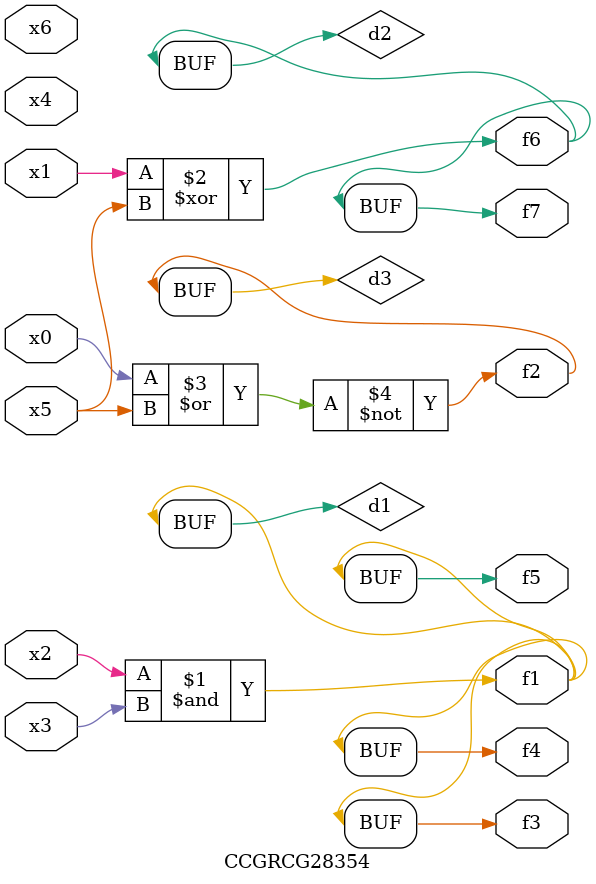
<source format=v>
module CCGRCG28354(
	input x0, x1, x2, x3, x4, x5, x6,
	output f1, f2, f3, f4, f5, f6, f7
);

	wire d1, d2, d3;

	and (d1, x2, x3);
	xor (d2, x1, x5);
	nor (d3, x0, x5);
	assign f1 = d1;
	assign f2 = d3;
	assign f3 = d1;
	assign f4 = d1;
	assign f5 = d1;
	assign f6 = d2;
	assign f7 = d2;
endmodule

</source>
